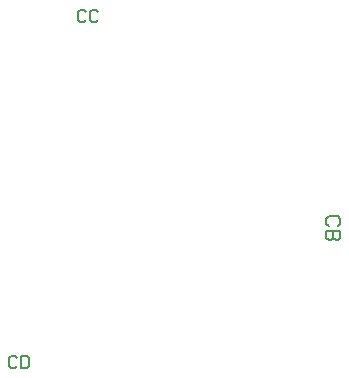
<source format=gm1>
G04*
G04 #@! TF.GenerationSoftware,Altium Limited,Altium Designer,23.1.1 (15)*
G04*
G04 Layer_Color=16711935*
%FSLAX44Y44*%
%MOMM*%
G71*
G04*
G04 #@! TF.SameCoordinates,A873AAFA-6C65-4712-A0E8-E9F7B2878B64*
G04*
G04*
G04 #@! TF.FilePolarity,Positive*
G04*
G01*
G75*
%ADD50C,0.1500*%
%ADD51C,0.1778*%
D50*
X484917Y342483D02*
X486916Y344482D01*
Y348481D01*
X484917Y350480D01*
X476919D01*
X474920Y348481D01*
Y344482D01*
X476919Y342483D01*
X486916Y338484D02*
X474920D01*
Y332486D01*
X476919Y330486D01*
X478919D01*
X480918Y332486D01*
Y338484D01*
Y332486D01*
X482917Y330486D01*
X484917D01*
X486916Y332486D01*
Y338484D01*
D51*
X213431Y230684D02*
X211738Y232377D01*
X208353D01*
X206660Y230684D01*
Y223913D01*
X208353Y222220D01*
X211738D01*
X213431Y223913D01*
X216817Y232377D02*
Y222220D01*
X221895D01*
X223588Y223913D01*
Y230684D01*
X221895Y232377D01*
X216817D01*
X271531Y523384D02*
X269838Y525077D01*
X266453D01*
X264760Y523384D01*
Y516613D01*
X266453Y514920D01*
X269838D01*
X271531Y516613D01*
X281688Y523384D02*
X279995Y525077D01*
X276609D01*
X274917Y523384D01*
Y516613D01*
X276609Y514920D01*
X279995D01*
X281688Y516613D01*
M02*

</source>
